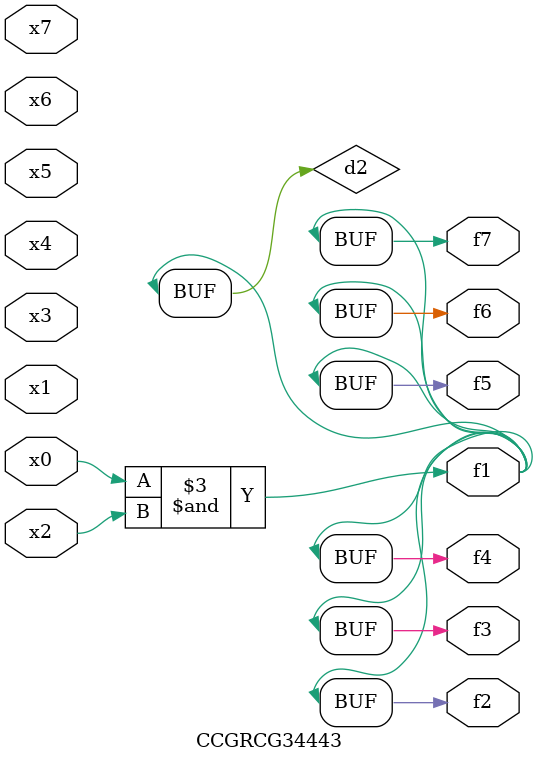
<source format=v>
module CCGRCG34443(
	input x0, x1, x2, x3, x4, x5, x6, x7,
	output f1, f2, f3, f4, f5, f6, f7
);

	wire d1, d2;

	nor (d1, x3, x6);
	and (d2, x0, x2);
	assign f1 = d2;
	assign f2 = d2;
	assign f3 = d2;
	assign f4 = d2;
	assign f5 = d2;
	assign f6 = d2;
	assign f7 = d2;
endmodule

</source>
